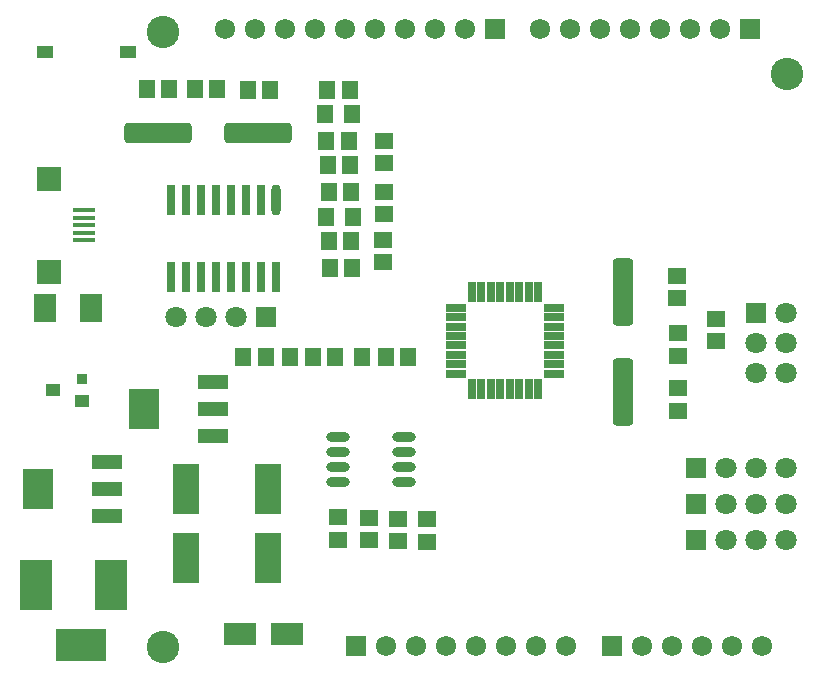
<source format=gts>
G04*
G04 #@! TF.GenerationSoftware,Altium Limited,Altium Designer,21.2.1 (34)*
G04*
G04 Layer_Color=8388736*
%FSLAX24Y24*%
%MOIN*%
G70*
G04*
G04 #@! TF.SameCoordinates,2A4B76D5-AD1C-46BA-8FB2-2B46C924C6B9*
G04*
G04*
G04 #@! TF.FilePolarity,Negative*
G04*
G01*
G75*
%ADD42R,0.0374X0.0354*%
%ADD43R,0.0552X0.0631*%
G04:AMPARAMS|DCode=44|XSize=224.5mil|YSize=67.1mil|CornerRadius=11.4mil|HoleSize=0mil|Usage=FLASHONLY|Rotation=0.000|XOffset=0mil|YOffset=0mil|HoleType=Round|Shape=RoundedRectangle|*
%AMROUNDEDRECTD44*
21,1,0.2245,0.0443,0,0,0.0*
21,1,0.2018,0.0671,0,0,0.0*
1,1,0.0228,0.1009,-0.0221*
1,1,0.0228,-0.1009,-0.0221*
1,1,0.0228,-0.1009,0.0221*
1,1,0.0228,0.1009,0.0221*
%
%ADD44ROUNDEDRECTD44*%
%ADD45R,0.0580X0.0630*%
%ADD46R,0.0631X0.0552*%
%ADD47O,0.0310X0.1044*%
%ADD48R,0.0310X0.1044*%
%ADD49R,0.0552X0.0395*%
%ADD50R,0.0828X0.0828*%
%ADD51R,0.0780X0.0180*%
%ADD52R,0.0720X0.0980*%
%ADD53R,0.0660X0.0280*%
%ADD54R,0.0280X0.0660*%
G04:AMPARAMS|DCode=55|XSize=224.5mil|YSize=67.1mil|CornerRadius=11.4mil|HoleSize=0mil|Usage=FLASHONLY|Rotation=270.000|XOffset=0mil|YOffset=0mil|HoleType=Round|Shape=RoundedRectangle|*
%AMROUNDEDRECTD55*
21,1,0.2245,0.0443,0,0,270.0*
21,1,0.2018,0.0671,0,0,270.0*
1,1,0.0228,-0.0221,-0.1009*
1,1,0.0228,-0.0221,0.1009*
1,1,0.0228,0.0221,0.1009*
1,1,0.0228,0.0221,-0.1009*
%
%ADD55ROUNDEDRECTD55*%
%ADD56R,0.0867X0.1655*%
%ADD57R,0.1025X0.1379*%
%ADD58R,0.1025X0.0474*%
%ADD59R,0.1064X0.0749*%
%ADD60O,0.0789X0.0316*%
%ADD61R,0.0454X0.0434*%
%ADD62C,0.1080*%
%ADD63R,0.0678X0.0678*%
%ADD64C,0.0678*%
%ADD65R,0.0710X0.0710*%
%ADD66C,0.0710*%
%ADD67R,0.0710X0.0710*%
%ADD68R,0.1080X0.1680*%
%ADD69R,0.1680X0.1080*%
D42*
X29284Y31074D02*
D03*
D43*
X35550Y40700D02*
D03*
X34802D02*
D03*
X37430Y39000D02*
D03*
X38178D02*
D03*
X37472Y38178D02*
D03*
X38220D02*
D03*
X37502Y37308D02*
D03*
X38250D02*
D03*
X37502Y35668D02*
D03*
X38250D02*
D03*
X37450Y40680D02*
D03*
X38198D02*
D03*
X38288Y34758D02*
D03*
X37540D02*
D03*
X40148Y31780D02*
D03*
X39400D02*
D03*
X36968D02*
D03*
X36220D02*
D03*
X35410D02*
D03*
X34662D02*
D03*
X32180Y40740D02*
D03*
X31432D02*
D03*
X33790D02*
D03*
X33042D02*
D03*
D44*
X31810Y39250D02*
D03*
X35156D02*
D03*
D45*
X37410Y36468D02*
D03*
X38310D02*
D03*
X37390Y39878D02*
D03*
X38290D02*
D03*
X38620Y31780D02*
D03*
X37720D02*
D03*
D46*
X39340Y38248D02*
D03*
Y38996D02*
D03*
X39320Y35708D02*
D03*
Y34960D02*
D03*
X39340Y36560D02*
D03*
Y37308D02*
D03*
X49110Y34510D02*
D03*
Y33762D02*
D03*
X50410Y33060D02*
D03*
Y32312D02*
D03*
X49140Y32590D02*
D03*
Y31842D02*
D03*
X40780Y26378D02*
D03*
Y25630D02*
D03*
X39810Y26408D02*
D03*
Y25660D02*
D03*
X38840Y26438D02*
D03*
Y25690D02*
D03*
X37820Y26458D02*
D03*
Y25710D02*
D03*
X49160Y30002D02*
D03*
Y30750D02*
D03*
D47*
X35740Y37027D02*
D03*
D48*
X35240D02*
D03*
X34740D02*
D03*
X34240D02*
D03*
X33740D02*
D03*
X33240D02*
D03*
X32740D02*
D03*
X32240D02*
D03*
X32240Y34468D02*
D03*
X32740D02*
D03*
X33240D02*
D03*
X33740D02*
D03*
X34240D02*
D03*
X34740D02*
D03*
X35240D02*
D03*
X35740D02*
D03*
D49*
X28052Y41960D02*
D03*
X30808D02*
D03*
D50*
X28182Y34623D02*
D03*
Y37733D02*
D03*
D51*
X29350Y35678D02*
D03*
Y35922D02*
D03*
Y36178D02*
D03*
Y36434D02*
D03*
Y36690D02*
D03*
D52*
X28040Y33430D02*
D03*
X29580D02*
D03*
D53*
X45000Y31240D02*
D03*
X45000Y31550D02*
D03*
X45000Y31870D02*
D03*
Y32180D02*
D03*
Y32500D02*
D03*
Y32810D02*
D03*
Y33130D02*
D03*
X45000Y33440D02*
D03*
X41760D02*
D03*
X41760Y33130D02*
D03*
X41760Y32810D02*
D03*
Y32500D02*
D03*
Y32180D02*
D03*
Y31870D02*
D03*
Y31550D02*
D03*
X41760Y31240D02*
D03*
D54*
X44480Y33960D02*
D03*
X44170Y33960D02*
D03*
X43850Y33960D02*
D03*
X43540D02*
D03*
X43220D02*
D03*
X42910D02*
D03*
X42590D02*
D03*
X42280Y33960D02*
D03*
Y30720D02*
D03*
X42590Y30720D02*
D03*
X42910Y30720D02*
D03*
X43220D02*
D03*
X43540D02*
D03*
X43850D02*
D03*
X44170D02*
D03*
X44480Y30720D02*
D03*
D55*
X47320Y30627D02*
D03*
Y33973D02*
D03*
D56*
X35480Y25107D02*
D03*
Y27390D02*
D03*
X32760Y25107D02*
D03*
Y27390D02*
D03*
D57*
X31348Y30060D02*
D03*
X27828Y27390D02*
D03*
D58*
X33632Y30966D02*
D03*
Y30060D02*
D03*
Y29154D02*
D03*
X30112Y28296D02*
D03*
Y27390D02*
D03*
Y26484D02*
D03*
D59*
X34555Y22550D02*
D03*
X36130D02*
D03*
D60*
X40022Y27640D02*
D03*
Y28140D02*
D03*
Y28640D02*
D03*
Y29140D02*
D03*
X37798Y27640D02*
D03*
Y28140D02*
D03*
Y28640D02*
D03*
Y29140D02*
D03*
D61*
X29284Y30326D02*
D03*
X28300Y30700D02*
D03*
D62*
X31980Y42630D02*
D03*
Y22140D02*
D03*
X52770Y41240D02*
D03*
D63*
X51560Y42740D02*
D03*
X43050D02*
D03*
X46950Y22150D02*
D03*
X38410D02*
D03*
D64*
X50560Y42740D02*
D03*
X49560D02*
D03*
X48560D02*
D03*
X47560D02*
D03*
X46560D02*
D03*
X45560D02*
D03*
X44560D02*
D03*
X41050D02*
D03*
X34050D02*
D03*
X35050D02*
D03*
X36050D02*
D03*
X37050D02*
D03*
X38050D02*
D03*
X39050D02*
D03*
X40050D02*
D03*
X42050D02*
D03*
X51950Y22150D02*
D03*
X50950D02*
D03*
X49950D02*
D03*
X48950D02*
D03*
X47950D02*
D03*
X39410D02*
D03*
X40410D02*
D03*
X41410D02*
D03*
X42410D02*
D03*
X43410D02*
D03*
X44410D02*
D03*
X45410D02*
D03*
D65*
X49750Y25690D02*
D03*
X49740Y26880D02*
D03*
X35420Y33140D02*
D03*
X49740Y28080D02*
D03*
D66*
X50750Y25690D02*
D03*
X51750D02*
D03*
X52750D02*
D03*
X50740Y26880D02*
D03*
X51740D02*
D03*
X52740D02*
D03*
X34420Y33140D02*
D03*
X33420D02*
D03*
X32420D02*
D03*
X50740Y28080D02*
D03*
X51740D02*
D03*
X52740D02*
D03*
X52750Y33260D02*
D03*
Y32260D02*
D03*
Y31260D02*
D03*
X51750Y32260D02*
D03*
Y31260D02*
D03*
D67*
Y33260D02*
D03*
D68*
X30240Y24200D02*
D03*
X27740D02*
D03*
D69*
X29240Y22200D02*
D03*
M02*

</source>
